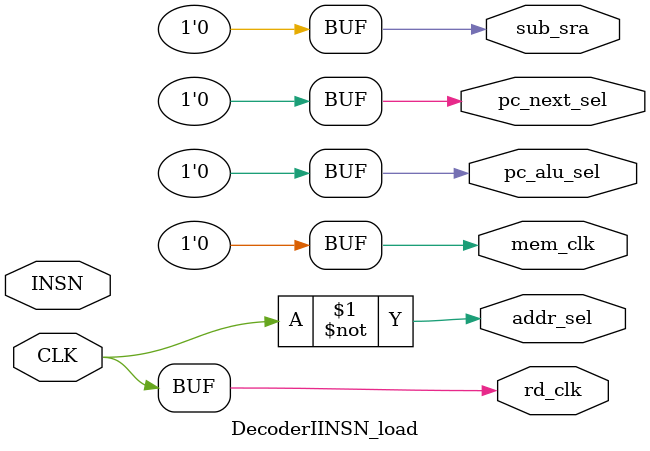
<source format=v>
/* 
Módulo para decodificação de instruções do tipo I para load de acordo com
o ISA do risc-v. O módulo recebe a instrução e o sinal de clock
do processador, e retorna todas as saídas relevantes e não relevantes
para serem enviadas ao circuito
*/
module DecoderIINSN_load (
  input wire [31:0] INSN , // instrução de 32 bits
  input wire CLK, // sinal de Clock  
  output wire sub_sra, addr_sel, pc_next_sel, pc_alu_sel,
  // controle de adição/subtração controle de escolha de endereço, program counter,
  //e entrada da ALU do program counter
  output wire rd_clk, mem_clk // Saídas de clock dos registradores e da memória
);
  
  assign sub_sra = 1'b0; // Deve ser zero, já que queremos soma sempre.

  assign addr_sel = ~CLK; // O endereço de memória deve iniciar com o resultado da alu,
  // e em seguida deve retornar para o pc, para prosseguir o programa, o que alinha com
  // o clock do processador

  assign pc_next_sel = 0; // O PC continua recebendo o seu valor incrementado em 4
  assign pc_alu_sel = 0; // A ALU do PC contínua recebendo 4

  assign rd_clk = CLK; // O rd_clk é igual ao CLK do processador, que ao subir grava o valor.
  assign mem_clk = 0; // É setado para 0, para evitar problemas com gravação de memória.

endmodule
</source>
